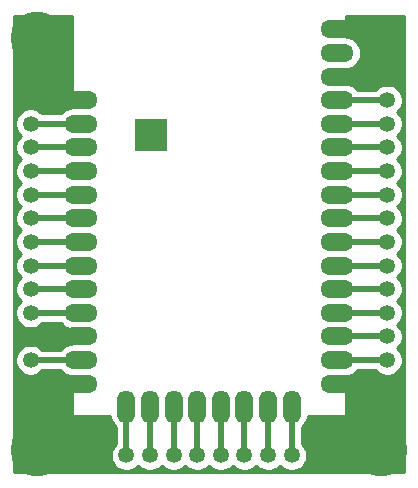
<source format=gbr>
%TF.GenerationSoftware,KiCad,Pcbnew,(5.1.6)-1*%
%TF.CreationDate,2021-04-01T07:08:55+01:00*%
%TF.ProjectId,xbeesxadapter,78626565-7378-4616-9461-707465722e6b,rev?*%
%TF.SameCoordinates,Original*%
%TF.FileFunction,Copper,L1,Top*%
%TF.FilePolarity,Positive*%
%FSLAX46Y46*%
G04 Gerber Fmt 4.6, Leading zero omitted, Abs format (unit mm)*
G04 Created by KiCad (PCBNEW (5.1.6)-1) date 2021-04-01 07:08:55*
%MOMM*%
%LPD*%
G01*
G04 APERTURE LIST*
%TA.AperFunction,ComponentPad*%
%ADD10R,2.790000X2.790000*%
%TD*%
%TA.AperFunction,SMDPad,CuDef*%
%ADD11O,1.520000X2.800000*%
%TD*%
%TA.AperFunction,SMDPad,CuDef*%
%ADD12O,2.800000X1.520000*%
%TD*%
%TA.AperFunction,ComponentPad*%
%ADD13C,1.350000*%
%TD*%
%TA.AperFunction,ComponentPad*%
%ADD14C,4.500000*%
%TD*%
%TA.AperFunction,Conductor*%
%ADD15C,0.500000*%
%TD*%
%TA.AperFunction,Conductor*%
%ADD16C,0.250000*%
%TD*%
%TA.AperFunction,Conductor*%
%ADD17C,0.254000*%
%TD*%
G04 APERTURE END LIST*
D10*
%TO.P,U1,M*%
%TO.N,GND*%
X143807500Y-57709500D03*
D11*
%TO.P,U1,21*%
%TO.N,Net-(U1-Pad21)*%
X155700000Y-80730000D03*
%TO.P,U1,20*%
%TO.N,Net-(U1-Pad20)*%
X153700000Y-80730000D03*
%TO.P,U1,19*%
%TO.N,Net-(U1-Pad19)*%
X151700000Y-80730000D03*
%TO.P,U1,18*%
%TO.N,Net-(U1-Pad18)*%
X149700000Y-80730000D03*
%TO.P,U1,17*%
%TO.N,Net-(U1-Pad17)*%
X147700000Y-80730000D03*
%TO.P,U1,16*%
%TO.N,Net-(U1-Pad16)*%
X145700000Y-80730000D03*
%TO.P,U1,15*%
%TO.N,Net-(U1-Pad15)*%
X143700000Y-80730000D03*
%TO.P,U1,14*%
%TO.N,Net-(U1-Pad14)*%
X141700000Y-80730000D03*
D12*
%TO.P,U1,34*%
%TO.N,Net-(U1-Pad34)*%
X159550000Y-54780000D03*
%TO.P,U1,33*%
%TO.N,Net-(U1-Pad33)*%
X159550000Y-56780000D03*
%TO.P,U1,32*%
%TO.N,Net-(U1-Pad32)*%
X159550000Y-58780000D03*
%TO.P,U1,31*%
%TO.N,Net-(U1-Pad31)*%
X159550000Y-60780000D03*
%TO.P,U1,30*%
%TO.N,Net-(U1-Pad30)*%
X159550000Y-62780000D03*
%TO.P,U1,29*%
%TO.N,Net-(U1-Pad29)*%
X159550000Y-64780000D03*
%TO.P,U1,28*%
%TO.N,Net-(U1-Pad28)*%
X159550000Y-66780000D03*
%TO.P,U1,27*%
%TO.N,Net-(U1-Pad27)*%
X159550000Y-68780000D03*
%TO.P,U1,26*%
%TO.N,Net-(U1-Pad26)*%
X159550000Y-70780000D03*
%TO.P,U1,25*%
%TO.N,Net-(U1-Pad25)*%
X159550000Y-72780000D03*
%TO.P,U1,24*%
%TO.N,Net-(U1-Pad24)*%
X159550000Y-74780000D03*
%TO.P,U1,23*%
%TO.N,Net-(U1-Pad23)*%
X159550000Y-76780000D03*
%TO.P,U1,22*%
%TO.N,GND*%
X159550000Y-78780000D03*
%TO.P,U1,13*%
X137850000Y-78780000D03*
%TO.P,U1,12*%
%TO.N,Net-(U1-Pad12)*%
X137850000Y-76780000D03*
%TO.P,U1,11*%
%TO.N,GND*%
X137850000Y-74780000D03*
%TO.P,U1,10*%
%TO.N,Net-(U1-Pad10)*%
X137850000Y-72780000D03*
%TO.P,U1,9*%
%TO.N,Net-(U1-Pad9)*%
X137850000Y-70780000D03*
%TO.P,U1,8*%
%TO.N,Net-(U1-Pad8)*%
X137850000Y-68780000D03*
%TO.P,U1,7*%
%TO.N,Net-(U1-Pad7)*%
X137850000Y-66780000D03*
%TO.P,U1,6*%
%TO.N,Net-(U1-Pad6)*%
X137850000Y-64780000D03*
%TO.P,U1,5*%
%TO.N,Net-(U1-Pad5)*%
X137850000Y-62780000D03*
%TO.P,U1,4*%
%TO.N,Net-(U1-Pad4)*%
X137850000Y-60780000D03*
%TO.P,U1,3*%
%TO.N,Net-(U1-Pad3)*%
X137850000Y-58780000D03*
%TO.P,U1,2*%
%TO.N,Net-(U1-Pad2)*%
X137850000Y-56780000D03*
%TO.P,U1,1*%
%TO.N,GND*%
X137850000Y-54780000D03*
D13*
X133600000Y-54780000D03*
%TO.P,U1,2*%
%TO.N,Net-(U1-Pad2)*%
X133600000Y-56780000D03*
%TO.P,U1,3*%
%TO.N,Net-(U1-Pad3)*%
X133600000Y-58780000D03*
%TO.P,U1,4*%
%TO.N,Net-(U1-Pad4)*%
X133600000Y-60780000D03*
%TO.P,U1,5*%
%TO.N,Net-(U1-Pad5)*%
X133600000Y-62780000D03*
%TO.P,U1,6*%
%TO.N,Net-(U1-Pad6)*%
X133600000Y-64780000D03*
%TO.P,U1,7*%
%TO.N,Net-(U1-Pad7)*%
X133600000Y-66780000D03*
%TO.P,U1,8*%
%TO.N,Net-(U1-Pad8)*%
X133600000Y-68780000D03*
%TO.P,U1,9*%
%TO.N,Net-(U1-Pad9)*%
X133600000Y-70780000D03*
%TO.P,U1,10*%
%TO.N,Net-(U1-Pad10)*%
X133600000Y-72780000D03*
%TO.P,U1,11*%
%TO.N,GND*%
X133600000Y-74780000D03*
%TO.P,U1,12*%
%TO.N,Net-(U1-Pad12)*%
X133600000Y-76780000D03*
%TO.P,U1,13*%
%TO.N,GND*%
X133600000Y-78780000D03*
%TO.P,U1,14*%
%TO.N,Net-(U1-Pad14)*%
X141700000Y-84862000D03*
%TO.P,U1,15*%
%TO.N,Net-(U1-Pad15)*%
X143700000Y-84862000D03*
%TO.P,U1,16*%
%TO.N,Net-(U1-Pad16)*%
X145700000Y-84862000D03*
%TO.P,U1,17*%
%TO.N,Net-(U1-Pad17)*%
X147700000Y-84862000D03*
%TO.P,U1,18*%
%TO.N,Net-(U1-Pad18)*%
X149700000Y-84862000D03*
%TO.P,U1,19*%
%TO.N,Net-(U1-Pad19)*%
X151700000Y-84862000D03*
%TO.P,U1,20*%
%TO.N,Net-(U1-Pad20)*%
X153700000Y-84862000D03*
%TO.P,U1,21*%
%TO.N,Net-(U1-Pad21)*%
X155700000Y-84862000D03*
%TO.P,U1,22*%
%TO.N,GND*%
X163800000Y-78780000D03*
%TO.P,U1,23*%
%TO.N,Net-(U1-Pad23)*%
X163800000Y-76780000D03*
%TO.P,U1,24*%
%TO.N,Net-(U1-Pad24)*%
X163800000Y-74780000D03*
%TO.P,U1,25*%
%TO.N,Net-(U1-Pad25)*%
X163800000Y-72780000D03*
%TO.P,U1,26*%
%TO.N,Net-(U1-Pad26)*%
X163800000Y-70780000D03*
%TO.P,U1,27*%
%TO.N,Net-(U1-Pad27)*%
X163800000Y-68780000D03*
%TO.P,U1,28*%
%TO.N,Net-(U1-Pad28)*%
X163800000Y-66780000D03*
%TO.P,U1,29*%
%TO.N,Net-(U1-Pad29)*%
X163800000Y-64780000D03*
%TO.P,U1,30*%
%TO.N,Net-(U1-Pad30)*%
X163800000Y-62780000D03*
%TO.P,U1,31*%
%TO.N,Net-(U1-Pad31)*%
X163800000Y-60780000D03*
%TO.P,U1,32*%
%TO.N,Net-(U1-Pad32)*%
X163800000Y-58780000D03*
%TO.P,U1,33*%
%TO.N,Net-(U1-Pad33)*%
X163800000Y-56780000D03*
%TO.P,U1,34*%
%TO.N,Net-(U1-Pad34)*%
X163800000Y-54780000D03*
D14*
%TO.P,U1,M*%
%TO.N,GND*%
X163300000Y-84380000D03*
X134100000Y-84380000D03*
X134100000Y-49530000D03*
D12*
%TO.P,U1,35*%
X159550000Y-52780000D03*
%TO.P,U1,36*%
%TO.N,N/C*%
X159550000Y-50780000D03*
%TO.P,U1,37*%
%TO.N,GND*%
X159550000Y-48780000D03*
%TD*%
D15*
%TO.N,Net-(U1-Pad21)*%
X155700000Y-84862000D02*
X155700000Y-80730000D01*
%TO.N,Net-(U1-Pad20)*%
X153700000Y-84862000D02*
X153700000Y-80730000D01*
%TO.N,Net-(U1-Pad19)*%
X151700000Y-84862000D02*
X151700000Y-80730000D01*
%TO.N,Net-(U1-Pad18)*%
X149700000Y-84862000D02*
X149700000Y-80730000D01*
%TO.N,Net-(U1-Pad17)*%
X147700000Y-84862000D02*
X147700000Y-80730000D01*
%TO.N,Net-(U1-Pad16)*%
X145700000Y-84862000D02*
X145700000Y-80730000D01*
%TO.N,Net-(U1-Pad15)*%
X143700000Y-84862000D02*
X143700000Y-80730000D01*
%TO.N,Net-(U1-Pad14)*%
X141700000Y-84862000D02*
X141700000Y-80730000D01*
%TO.N,Net-(U1-Pad34)*%
X163800000Y-54780000D02*
X159550000Y-54780000D01*
%TO.N,Net-(U1-Pad33)*%
X159550000Y-56780000D02*
X163800000Y-56780000D01*
%TO.N,Net-(U1-Pad32)*%
X163800000Y-58780000D02*
X159550000Y-58780000D01*
%TO.N,Net-(U1-Pad31)*%
X159550000Y-60780000D02*
X163800000Y-60780000D01*
%TO.N,Net-(U1-Pad30)*%
X163800000Y-62780000D02*
X159550000Y-62780000D01*
%TO.N,Net-(U1-Pad29)*%
X163800000Y-64780000D02*
X159550000Y-64780000D01*
%TO.N,Net-(U1-Pad28)*%
X163800000Y-66780000D02*
X159550000Y-66780000D01*
%TO.N,Net-(U1-Pad27)*%
X163800000Y-68780000D02*
X159550000Y-68780000D01*
%TO.N,Net-(U1-Pad26)*%
X163800000Y-70780000D02*
X159550000Y-70780000D01*
%TO.N,Net-(U1-Pad25)*%
X163800000Y-72780000D02*
X159550000Y-72780000D01*
%TO.N,Net-(U1-Pad24)*%
X163800000Y-74780000D02*
X159550000Y-74780000D01*
%TO.N,Net-(U1-Pad23)*%
X163800000Y-76780000D02*
X159550000Y-76780000D01*
%TO.N,GND*%
X163800000Y-78780000D02*
X159550000Y-78780000D01*
X133600000Y-78780000D02*
X137850000Y-78780000D01*
X133600000Y-74780000D02*
X137850000Y-74780000D01*
X133600000Y-54780000D02*
X137850000Y-54780000D01*
X133600000Y-50030000D02*
X134100000Y-49530000D01*
X133600000Y-54780000D02*
X133600000Y-50030000D01*
X163800000Y-83880000D02*
X163300000Y-84380000D01*
X163800000Y-78780000D02*
X163800000Y-83880000D01*
X133600000Y-83880000D02*
X134100000Y-84380000D01*
X133600000Y-78780000D02*
X133600000Y-83880000D01*
D16*
X161200000Y-52780000D02*
X161908000Y-52072000D01*
X159550000Y-52780000D02*
X161200000Y-52780000D01*
X161200000Y-48780000D02*
X159550000Y-48780000D01*
X161908000Y-49488000D02*
X161200000Y-48780000D01*
X161908000Y-52072000D02*
X161908000Y-49488000D01*
X165146500Y-53189500D02*
X165146500Y-77433500D01*
X165146500Y-77433500D02*
X163800000Y-78780000D01*
X161908000Y-52072000D02*
X164029000Y-52072000D01*
X164029000Y-52072000D02*
X165146500Y-53189500D01*
D15*
%TO.N,Net-(U1-Pad12)*%
X133600000Y-76780000D02*
X137850000Y-76780000D01*
%TO.N,Net-(U1-Pad10)*%
X133600000Y-72780000D02*
X137850000Y-72780000D01*
%TO.N,Net-(U1-Pad9)*%
X133600000Y-70780000D02*
X137850000Y-70780000D01*
%TO.N,Net-(U1-Pad8)*%
X133600000Y-68780000D02*
X137850000Y-68780000D01*
%TO.N,Net-(U1-Pad7)*%
X133600000Y-66780000D02*
X137850000Y-66780000D01*
%TO.N,Net-(U1-Pad6)*%
X133600000Y-64780000D02*
X137850000Y-64780000D01*
%TO.N,Net-(U1-Pad5)*%
X133600000Y-62780000D02*
X137850000Y-62780000D01*
%TO.N,Net-(U1-Pad4)*%
X133600000Y-60780000D02*
X137850000Y-60780000D01*
%TO.N,Net-(U1-Pad3)*%
X133600000Y-58780000D02*
X137850000Y-58780000D01*
%TO.N,Net-(U1-Pad2)*%
X133600000Y-56780000D02*
X137850000Y-56780000D01*
%TD*%
D17*
%TO.N,GND*%
G36*
X137073000Y-55391744D02*
G01*
X136936532Y-55405185D01*
X136673574Y-55484953D01*
X136431230Y-55614488D01*
X136218814Y-55788814D01*
X136131669Y-55895000D01*
X134567621Y-55895000D01*
X134435077Y-55762456D01*
X134220518Y-55619093D01*
X133982113Y-55520342D01*
X133729024Y-55470000D01*
X133470976Y-55470000D01*
X133217887Y-55520342D01*
X132979482Y-55619093D01*
X132764923Y-55762456D01*
X132582456Y-55944923D01*
X132439093Y-56159482D01*
X132340342Y-56397887D01*
X132290000Y-56650976D01*
X132290000Y-56909024D01*
X132340342Y-57162113D01*
X132439093Y-57400518D01*
X132582456Y-57615077D01*
X132747379Y-57780000D01*
X132582456Y-57944923D01*
X132439093Y-58159482D01*
X132340342Y-58397887D01*
X132290000Y-58650976D01*
X132290000Y-58909024D01*
X132340342Y-59162113D01*
X132439093Y-59400518D01*
X132582456Y-59615077D01*
X132747379Y-59780000D01*
X132582456Y-59944923D01*
X132439093Y-60159482D01*
X132340342Y-60397887D01*
X132290000Y-60650976D01*
X132290000Y-60909024D01*
X132340342Y-61162113D01*
X132439093Y-61400518D01*
X132582456Y-61615077D01*
X132747379Y-61780000D01*
X132582456Y-61944923D01*
X132439093Y-62159482D01*
X132340342Y-62397887D01*
X132290000Y-62650976D01*
X132290000Y-62909024D01*
X132340342Y-63162113D01*
X132439093Y-63400518D01*
X132582456Y-63615077D01*
X132747379Y-63780000D01*
X132582456Y-63944923D01*
X132439093Y-64159482D01*
X132340342Y-64397887D01*
X132290000Y-64650976D01*
X132290000Y-64909024D01*
X132340342Y-65162113D01*
X132439093Y-65400518D01*
X132582456Y-65615077D01*
X132747379Y-65780000D01*
X132582456Y-65944923D01*
X132439093Y-66159482D01*
X132340342Y-66397887D01*
X132290000Y-66650976D01*
X132290000Y-66909024D01*
X132340342Y-67162113D01*
X132439093Y-67400518D01*
X132582456Y-67615077D01*
X132747379Y-67780000D01*
X132582456Y-67944923D01*
X132439093Y-68159482D01*
X132340342Y-68397887D01*
X132290000Y-68650976D01*
X132290000Y-68909024D01*
X132340342Y-69162113D01*
X132439093Y-69400518D01*
X132582456Y-69615077D01*
X132747379Y-69780000D01*
X132582456Y-69944923D01*
X132439093Y-70159482D01*
X132340342Y-70397887D01*
X132290000Y-70650976D01*
X132290000Y-70909024D01*
X132340342Y-71162113D01*
X132439093Y-71400518D01*
X132582456Y-71615077D01*
X132747379Y-71780000D01*
X132582456Y-71944923D01*
X132439093Y-72159482D01*
X132340342Y-72397887D01*
X132290000Y-72650976D01*
X132290000Y-72909024D01*
X132340342Y-73162113D01*
X132439093Y-73400518D01*
X132582456Y-73615077D01*
X132764923Y-73797544D01*
X132979482Y-73940907D01*
X133217887Y-74039658D01*
X133470976Y-74090000D01*
X133729024Y-74090000D01*
X133982113Y-74039658D01*
X134220518Y-73940907D01*
X134435077Y-73797544D01*
X134567621Y-73665000D01*
X136131669Y-73665000D01*
X136218814Y-73771186D01*
X136431230Y-73945512D01*
X136673574Y-74075047D01*
X136936532Y-74154815D01*
X137073000Y-74168256D01*
X137073000Y-75391744D01*
X136936532Y-75405185D01*
X136673574Y-75484953D01*
X136431230Y-75614488D01*
X136218814Y-75788814D01*
X136131669Y-75895000D01*
X134567621Y-75895000D01*
X134435077Y-75762456D01*
X134220518Y-75619093D01*
X133982113Y-75520342D01*
X133729024Y-75470000D01*
X133470976Y-75470000D01*
X133217887Y-75520342D01*
X132979482Y-75619093D01*
X132764923Y-75762456D01*
X132582456Y-75944923D01*
X132439093Y-76159482D01*
X132340342Y-76397887D01*
X132290000Y-76650976D01*
X132290000Y-76909024D01*
X132340342Y-77162113D01*
X132439093Y-77400518D01*
X132582456Y-77615077D01*
X132764923Y-77797544D01*
X132979482Y-77940907D01*
X133217887Y-78039658D01*
X133470976Y-78090000D01*
X133729024Y-78090000D01*
X133982113Y-78039658D01*
X134220518Y-77940907D01*
X134435077Y-77797544D01*
X134567621Y-77665000D01*
X136131669Y-77665000D01*
X136218814Y-77771186D01*
X136431230Y-77945512D01*
X136673574Y-78075047D01*
X136936532Y-78154815D01*
X137073000Y-78168256D01*
X137073000Y-81380000D01*
X137075440Y-81404776D01*
X137082667Y-81428601D01*
X137094403Y-81450557D01*
X137110197Y-81469803D01*
X137129443Y-81485597D01*
X137151399Y-81497333D01*
X137175224Y-81504560D01*
X137200000Y-81507000D01*
X140311744Y-81507000D01*
X140325185Y-81643468D01*
X140404953Y-81906426D01*
X140534489Y-82148770D01*
X140708815Y-82361186D01*
X140815001Y-82448331D01*
X140815000Y-83894379D01*
X140682456Y-84026923D01*
X140539093Y-84241482D01*
X140440342Y-84479887D01*
X140390000Y-84732976D01*
X140390000Y-84991024D01*
X140440342Y-85244113D01*
X140539093Y-85482518D01*
X140682456Y-85697077D01*
X140864923Y-85879544D01*
X141079482Y-86022907D01*
X141317887Y-86121658D01*
X141570976Y-86172000D01*
X141829024Y-86172000D01*
X142082113Y-86121658D01*
X142320518Y-86022907D01*
X142535077Y-85879544D01*
X142700000Y-85714621D01*
X142864923Y-85879544D01*
X143079482Y-86022907D01*
X143317887Y-86121658D01*
X143570976Y-86172000D01*
X143829024Y-86172000D01*
X144082113Y-86121658D01*
X144320518Y-86022907D01*
X144535077Y-85879544D01*
X144700000Y-85714621D01*
X144864923Y-85879544D01*
X145079482Y-86022907D01*
X145317887Y-86121658D01*
X145570976Y-86172000D01*
X145829024Y-86172000D01*
X146082113Y-86121658D01*
X146320518Y-86022907D01*
X146535077Y-85879544D01*
X146700000Y-85714621D01*
X146864923Y-85879544D01*
X147079482Y-86022907D01*
X147317887Y-86121658D01*
X147570976Y-86172000D01*
X147829024Y-86172000D01*
X148082113Y-86121658D01*
X148320518Y-86022907D01*
X148535077Y-85879544D01*
X148700000Y-85714621D01*
X148864923Y-85879544D01*
X149079482Y-86022907D01*
X149317887Y-86121658D01*
X149570976Y-86172000D01*
X149829024Y-86172000D01*
X150082113Y-86121658D01*
X150320518Y-86022907D01*
X150535077Y-85879544D01*
X150700000Y-85714621D01*
X150864923Y-85879544D01*
X151079482Y-86022907D01*
X151317887Y-86121658D01*
X151570976Y-86172000D01*
X151829024Y-86172000D01*
X152082113Y-86121658D01*
X152320518Y-86022907D01*
X152535077Y-85879544D01*
X152700000Y-85714621D01*
X152864923Y-85879544D01*
X153079482Y-86022907D01*
X153317887Y-86121658D01*
X153570976Y-86172000D01*
X153829024Y-86172000D01*
X154082113Y-86121658D01*
X154320518Y-86022907D01*
X154535077Y-85879544D01*
X154700000Y-85714621D01*
X154864923Y-85879544D01*
X155079482Y-86022907D01*
X155317887Y-86121658D01*
X155570976Y-86172000D01*
X155829024Y-86172000D01*
X156082113Y-86121658D01*
X156320518Y-86022907D01*
X156535077Y-85879544D01*
X156717544Y-85697077D01*
X156860907Y-85482518D01*
X156959658Y-85244113D01*
X157010000Y-84991024D01*
X157010000Y-84732976D01*
X156959658Y-84479887D01*
X156860907Y-84241482D01*
X156717544Y-84026923D01*
X156585000Y-83894379D01*
X156585000Y-82448331D01*
X156691186Y-82361186D01*
X156865512Y-82148770D01*
X156995047Y-81906426D01*
X157074815Y-81643468D01*
X157088256Y-81507000D01*
X160200000Y-81507000D01*
X160224776Y-81504560D01*
X160248601Y-81497333D01*
X160270557Y-81485597D01*
X160289803Y-81469803D01*
X160305597Y-81450557D01*
X160317333Y-81428601D01*
X160324560Y-81404776D01*
X160327000Y-81380000D01*
X160327000Y-78168256D01*
X160463468Y-78154815D01*
X160726426Y-78075047D01*
X160968770Y-77945512D01*
X161181186Y-77771186D01*
X161268331Y-77665000D01*
X162832379Y-77665000D01*
X162964923Y-77797544D01*
X163179482Y-77940907D01*
X163417887Y-78039658D01*
X163670976Y-78090000D01*
X163929024Y-78090000D01*
X164182113Y-78039658D01*
X164420518Y-77940907D01*
X164635077Y-77797544D01*
X164817544Y-77615077D01*
X164960907Y-77400518D01*
X165059658Y-77162113D01*
X165110000Y-76909024D01*
X165110000Y-76650976D01*
X165059658Y-76397887D01*
X164960907Y-76159482D01*
X164817544Y-75944923D01*
X164652621Y-75780000D01*
X164817544Y-75615077D01*
X164960907Y-75400518D01*
X165059658Y-75162113D01*
X165110000Y-74909024D01*
X165110000Y-74650976D01*
X165059658Y-74397887D01*
X164960907Y-74159482D01*
X164817544Y-73944923D01*
X164652621Y-73780000D01*
X164817544Y-73615077D01*
X164960907Y-73400518D01*
X165059658Y-73162113D01*
X165110000Y-72909024D01*
X165110000Y-72650976D01*
X165059658Y-72397887D01*
X164960907Y-72159482D01*
X164817544Y-71944923D01*
X164652621Y-71780000D01*
X164817544Y-71615077D01*
X164960907Y-71400518D01*
X165059658Y-71162113D01*
X165110000Y-70909024D01*
X165110000Y-70650976D01*
X165059658Y-70397887D01*
X164960907Y-70159482D01*
X164817544Y-69944923D01*
X164652621Y-69780000D01*
X164817544Y-69615077D01*
X164960907Y-69400518D01*
X165059658Y-69162113D01*
X165110000Y-68909024D01*
X165110000Y-68650976D01*
X165059658Y-68397887D01*
X164960907Y-68159482D01*
X164817544Y-67944923D01*
X164652621Y-67780000D01*
X164817544Y-67615077D01*
X164960907Y-67400518D01*
X165059658Y-67162113D01*
X165110000Y-66909024D01*
X165110000Y-66650976D01*
X165059658Y-66397887D01*
X164960907Y-66159482D01*
X164817544Y-65944923D01*
X164652621Y-65780000D01*
X164817544Y-65615077D01*
X164960907Y-65400518D01*
X165059658Y-65162113D01*
X165110000Y-64909024D01*
X165110000Y-64650976D01*
X165059658Y-64397887D01*
X164960907Y-64159482D01*
X164817544Y-63944923D01*
X164652621Y-63780000D01*
X164817544Y-63615077D01*
X164960907Y-63400518D01*
X165059658Y-63162113D01*
X165110000Y-62909024D01*
X165110000Y-62650976D01*
X165059658Y-62397887D01*
X164960907Y-62159482D01*
X164817544Y-61944923D01*
X164652621Y-61780000D01*
X164817544Y-61615077D01*
X164960907Y-61400518D01*
X165059658Y-61162113D01*
X165110000Y-60909024D01*
X165110000Y-60650976D01*
X165059658Y-60397887D01*
X164960907Y-60159482D01*
X164817544Y-59944923D01*
X164652621Y-59780000D01*
X164817544Y-59615077D01*
X164960907Y-59400518D01*
X165059658Y-59162113D01*
X165110000Y-58909024D01*
X165110000Y-58650976D01*
X165059658Y-58397887D01*
X164960907Y-58159482D01*
X164817544Y-57944923D01*
X164652621Y-57780000D01*
X164817544Y-57615077D01*
X164960907Y-57400518D01*
X165059658Y-57162113D01*
X165110000Y-56909024D01*
X165110000Y-56650976D01*
X165059658Y-56397887D01*
X164960907Y-56159482D01*
X164817544Y-55944923D01*
X164652621Y-55780000D01*
X164817544Y-55615077D01*
X164960907Y-55400518D01*
X165059658Y-55162113D01*
X165110000Y-54909024D01*
X165110000Y-54650976D01*
X165059658Y-54397887D01*
X164960907Y-54159482D01*
X164817544Y-53944923D01*
X164635077Y-53762456D01*
X164420518Y-53619093D01*
X164182113Y-53520342D01*
X163929024Y-53470000D01*
X163670976Y-53470000D01*
X163417887Y-53520342D01*
X163179482Y-53619093D01*
X162964923Y-53762456D01*
X162832379Y-53895000D01*
X161268331Y-53895000D01*
X161181186Y-53788814D01*
X160968770Y-53614488D01*
X160726426Y-53484953D01*
X160463468Y-53405185D01*
X160327000Y-53391744D01*
X160327000Y-52168256D01*
X160463468Y-52154815D01*
X160726426Y-52075047D01*
X160968770Y-51945512D01*
X161181186Y-51771186D01*
X161355512Y-51558770D01*
X161485047Y-51316426D01*
X161564815Y-51053468D01*
X161591749Y-50780000D01*
X161564815Y-50506532D01*
X161485047Y-50243574D01*
X161355512Y-50001230D01*
X161181186Y-49788814D01*
X160968770Y-49614488D01*
X160726426Y-49484953D01*
X160463468Y-49405185D01*
X160327000Y-49391744D01*
X160327000Y-47660000D01*
X165170000Y-47660000D01*
X165170001Y-86250000D01*
X132230000Y-86250000D01*
X132230000Y-47660000D01*
X137073000Y-47660000D01*
X137073000Y-55391744D01*
G37*
X137073000Y-55391744D02*
X136936532Y-55405185D01*
X136673574Y-55484953D01*
X136431230Y-55614488D01*
X136218814Y-55788814D01*
X136131669Y-55895000D01*
X134567621Y-55895000D01*
X134435077Y-55762456D01*
X134220518Y-55619093D01*
X133982113Y-55520342D01*
X133729024Y-55470000D01*
X133470976Y-55470000D01*
X133217887Y-55520342D01*
X132979482Y-55619093D01*
X132764923Y-55762456D01*
X132582456Y-55944923D01*
X132439093Y-56159482D01*
X132340342Y-56397887D01*
X132290000Y-56650976D01*
X132290000Y-56909024D01*
X132340342Y-57162113D01*
X132439093Y-57400518D01*
X132582456Y-57615077D01*
X132747379Y-57780000D01*
X132582456Y-57944923D01*
X132439093Y-58159482D01*
X132340342Y-58397887D01*
X132290000Y-58650976D01*
X132290000Y-58909024D01*
X132340342Y-59162113D01*
X132439093Y-59400518D01*
X132582456Y-59615077D01*
X132747379Y-59780000D01*
X132582456Y-59944923D01*
X132439093Y-60159482D01*
X132340342Y-60397887D01*
X132290000Y-60650976D01*
X132290000Y-60909024D01*
X132340342Y-61162113D01*
X132439093Y-61400518D01*
X132582456Y-61615077D01*
X132747379Y-61780000D01*
X132582456Y-61944923D01*
X132439093Y-62159482D01*
X132340342Y-62397887D01*
X132290000Y-62650976D01*
X132290000Y-62909024D01*
X132340342Y-63162113D01*
X132439093Y-63400518D01*
X132582456Y-63615077D01*
X132747379Y-63780000D01*
X132582456Y-63944923D01*
X132439093Y-64159482D01*
X132340342Y-64397887D01*
X132290000Y-64650976D01*
X132290000Y-64909024D01*
X132340342Y-65162113D01*
X132439093Y-65400518D01*
X132582456Y-65615077D01*
X132747379Y-65780000D01*
X132582456Y-65944923D01*
X132439093Y-66159482D01*
X132340342Y-66397887D01*
X132290000Y-66650976D01*
X132290000Y-66909024D01*
X132340342Y-67162113D01*
X132439093Y-67400518D01*
X132582456Y-67615077D01*
X132747379Y-67780000D01*
X132582456Y-67944923D01*
X132439093Y-68159482D01*
X132340342Y-68397887D01*
X132290000Y-68650976D01*
X132290000Y-68909024D01*
X132340342Y-69162113D01*
X132439093Y-69400518D01*
X132582456Y-69615077D01*
X132747379Y-69780000D01*
X132582456Y-69944923D01*
X132439093Y-70159482D01*
X132340342Y-70397887D01*
X132290000Y-70650976D01*
X132290000Y-70909024D01*
X132340342Y-71162113D01*
X132439093Y-71400518D01*
X132582456Y-71615077D01*
X132747379Y-71780000D01*
X132582456Y-71944923D01*
X132439093Y-72159482D01*
X132340342Y-72397887D01*
X132290000Y-72650976D01*
X132290000Y-72909024D01*
X132340342Y-73162113D01*
X132439093Y-73400518D01*
X132582456Y-73615077D01*
X132764923Y-73797544D01*
X132979482Y-73940907D01*
X133217887Y-74039658D01*
X133470976Y-74090000D01*
X133729024Y-74090000D01*
X133982113Y-74039658D01*
X134220518Y-73940907D01*
X134435077Y-73797544D01*
X134567621Y-73665000D01*
X136131669Y-73665000D01*
X136218814Y-73771186D01*
X136431230Y-73945512D01*
X136673574Y-74075047D01*
X136936532Y-74154815D01*
X137073000Y-74168256D01*
X137073000Y-75391744D01*
X136936532Y-75405185D01*
X136673574Y-75484953D01*
X136431230Y-75614488D01*
X136218814Y-75788814D01*
X136131669Y-75895000D01*
X134567621Y-75895000D01*
X134435077Y-75762456D01*
X134220518Y-75619093D01*
X133982113Y-75520342D01*
X133729024Y-75470000D01*
X133470976Y-75470000D01*
X133217887Y-75520342D01*
X132979482Y-75619093D01*
X132764923Y-75762456D01*
X132582456Y-75944923D01*
X132439093Y-76159482D01*
X132340342Y-76397887D01*
X132290000Y-76650976D01*
X132290000Y-76909024D01*
X132340342Y-77162113D01*
X132439093Y-77400518D01*
X132582456Y-77615077D01*
X132764923Y-77797544D01*
X132979482Y-77940907D01*
X133217887Y-78039658D01*
X133470976Y-78090000D01*
X133729024Y-78090000D01*
X133982113Y-78039658D01*
X134220518Y-77940907D01*
X134435077Y-77797544D01*
X134567621Y-77665000D01*
X136131669Y-77665000D01*
X136218814Y-77771186D01*
X136431230Y-77945512D01*
X136673574Y-78075047D01*
X136936532Y-78154815D01*
X137073000Y-78168256D01*
X137073000Y-81380000D01*
X137075440Y-81404776D01*
X137082667Y-81428601D01*
X137094403Y-81450557D01*
X137110197Y-81469803D01*
X137129443Y-81485597D01*
X137151399Y-81497333D01*
X137175224Y-81504560D01*
X137200000Y-81507000D01*
X140311744Y-81507000D01*
X140325185Y-81643468D01*
X140404953Y-81906426D01*
X140534489Y-82148770D01*
X140708815Y-82361186D01*
X140815001Y-82448331D01*
X140815000Y-83894379D01*
X140682456Y-84026923D01*
X140539093Y-84241482D01*
X140440342Y-84479887D01*
X140390000Y-84732976D01*
X140390000Y-84991024D01*
X140440342Y-85244113D01*
X140539093Y-85482518D01*
X140682456Y-85697077D01*
X140864923Y-85879544D01*
X141079482Y-86022907D01*
X141317887Y-86121658D01*
X141570976Y-86172000D01*
X141829024Y-86172000D01*
X142082113Y-86121658D01*
X142320518Y-86022907D01*
X142535077Y-85879544D01*
X142700000Y-85714621D01*
X142864923Y-85879544D01*
X143079482Y-86022907D01*
X143317887Y-86121658D01*
X143570976Y-86172000D01*
X143829024Y-86172000D01*
X144082113Y-86121658D01*
X144320518Y-86022907D01*
X144535077Y-85879544D01*
X144700000Y-85714621D01*
X144864923Y-85879544D01*
X145079482Y-86022907D01*
X145317887Y-86121658D01*
X145570976Y-86172000D01*
X145829024Y-86172000D01*
X146082113Y-86121658D01*
X146320518Y-86022907D01*
X146535077Y-85879544D01*
X146700000Y-85714621D01*
X146864923Y-85879544D01*
X147079482Y-86022907D01*
X147317887Y-86121658D01*
X147570976Y-86172000D01*
X147829024Y-86172000D01*
X148082113Y-86121658D01*
X148320518Y-86022907D01*
X148535077Y-85879544D01*
X148700000Y-85714621D01*
X148864923Y-85879544D01*
X149079482Y-86022907D01*
X149317887Y-86121658D01*
X149570976Y-86172000D01*
X149829024Y-86172000D01*
X150082113Y-86121658D01*
X150320518Y-86022907D01*
X150535077Y-85879544D01*
X150700000Y-85714621D01*
X150864923Y-85879544D01*
X151079482Y-86022907D01*
X151317887Y-86121658D01*
X151570976Y-86172000D01*
X151829024Y-86172000D01*
X152082113Y-86121658D01*
X152320518Y-86022907D01*
X152535077Y-85879544D01*
X152700000Y-85714621D01*
X152864923Y-85879544D01*
X153079482Y-86022907D01*
X153317887Y-86121658D01*
X153570976Y-86172000D01*
X153829024Y-86172000D01*
X154082113Y-86121658D01*
X154320518Y-86022907D01*
X154535077Y-85879544D01*
X154700000Y-85714621D01*
X154864923Y-85879544D01*
X155079482Y-86022907D01*
X155317887Y-86121658D01*
X155570976Y-86172000D01*
X155829024Y-86172000D01*
X156082113Y-86121658D01*
X156320518Y-86022907D01*
X156535077Y-85879544D01*
X156717544Y-85697077D01*
X156860907Y-85482518D01*
X156959658Y-85244113D01*
X157010000Y-84991024D01*
X157010000Y-84732976D01*
X156959658Y-84479887D01*
X156860907Y-84241482D01*
X156717544Y-84026923D01*
X156585000Y-83894379D01*
X156585000Y-82448331D01*
X156691186Y-82361186D01*
X156865512Y-82148770D01*
X156995047Y-81906426D01*
X157074815Y-81643468D01*
X157088256Y-81507000D01*
X160200000Y-81507000D01*
X160224776Y-81504560D01*
X160248601Y-81497333D01*
X160270557Y-81485597D01*
X160289803Y-81469803D01*
X160305597Y-81450557D01*
X160317333Y-81428601D01*
X160324560Y-81404776D01*
X160327000Y-81380000D01*
X160327000Y-78168256D01*
X160463468Y-78154815D01*
X160726426Y-78075047D01*
X160968770Y-77945512D01*
X161181186Y-77771186D01*
X161268331Y-77665000D01*
X162832379Y-77665000D01*
X162964923Y-77797544D01*
X163179482Y-77940907D01*
X163417887Y-78039658D01*
X163670976Y-78090000D01*
X163929024Y-78090000D01*
X164182113Y-78039658D01*
X164420518Y-77940907D01*
X164635077Y-77797544D01*
X164817544Y-77615077D01*
X164960907Y-77400518D01*
X165059658Y-77162113D01*
X165110000Y-76909024D01*
X165110000Y-76650976D01*
X165059658Y-76397887D01*
X164960907Y-76159482D01*
X164817544Y-75944923D01*
X164652621Y-75780000D01*
X164817544Y-75615077D01*
X164960907Y-75400518D01*
X165059658Y-75162113D01*
X165110000Y-74909024D01*
X165110000Y-74650976D01*
X165059658Y-74397887D01*
X164960907Y-74159482D01*
X164817544Y-73944923D01*
X164652621Y-73780000D01*
X164817544Y-73615077D01*
X164960907Y-73400518D01*
X165059658Y-73162113D01*
X165110000Y-72909024D01*
X165110000Y-72650976D01*
X165059658Y-72397887D01*
X164960907Y-72159482D01*
X164817544Y-71944923D01*
X164652621Y-71780000D01*
X164817544Y-71615077D01*
X164960907Y-71400518D01*
X165059658Y-71162113D01*
X165110000Y-70909024D01*
X165110000Y-70650976D01*
X165059658Y-70397887D01*
X164960907Y-70159482D01*
X164817544Y-69944923D01*
X164652621Y-69780000D01*
X164817544Y-69615077D01*
X164960907Y-69400518D01*
X165059658Y-69162113D01*
X165110000Y-68909024D01*
X165110000Y-68650976D01*
X165059658Y-68397887D01*
X164960907Y-68159482D01*
X164817544Y-67944923D01*
X164652621Y-67780000D01*
X164817544Y-67615077D01*
X164960907Y-67400518D01*
X165059658Y-67162113D01*
X165110000Y-66909024D01*
X165110000Y-66650976D01*
X165059658Y-66397887D01*
X164960907Y-66159482D01*
X164817544Y-65944923D01*
X164652621Y-65780000D01*
X164817544Y-65615077D01*
X164960907Y-65400518D01*
X165059658Y-65162113D01*
X165110000Y-64909024D01*
X165110000Y-64650976D01*
X165059658Y-64397887D01*
X164960907Y-64159482D01*
X164817544Y-63944923D01*
X164652621Y-63780000D01*
X164817544Y-63615077D01*
X164960907Y-63400518D01*
X165059658Y-63162113D01*
X165110000Y-62909024D01*
X165110000Y-62650976D01*
X165059658Y-62397887D01*
X164960907Y-62159482D01*
X164817544Y-61944923D01*
X164652621Y-61780000D01*
X164817544Y-61615077D01*
X164960907Y-61400518D01*
X165059658Y-61162113D01*
X165110000Y-60909024D01*
X165110000Y-60650976D01*
X165059658Y-60397887D01*
X164960907Y-60159482D01*
X164817544Y-59944923D01*
X164652621Y-59780000D01*
X164817544Y-59615077D01*
X164960907Y-59400518D01*
X165059658Y-59162113D01*
X165110000Y-58909024D01*
X165110000Y-58650976D01*
X165059658Y-58397887D01*
X164960907Y-58159482D01*
X164817544Y-57944923D01*
X164652621Y-57780000D01*
X164817544Y-57615077D01*
X164960907Y-57400518D01*
X165059658Y-57162113D01*
X165110000Y-56909024D01*
X165110000Y-56650976D01*
X165059658Y-56397887D01*
X164960907Y-56159482D01*
X164817544Y-55944923D01*
X164652621Y-55780000D01*
X164817544Y-55615077D01*
X164960907Y-55400518D01*
X165059658Y-55162113D01*
X165110000Y-54909024D01*
X165110000Y-54650976D01*
X165059658Y-54397887D01*
X164960907Y-54159482D01*
X164817544Y-53944923D01*
X164635077Y-53762456D01*
X164420518Y-53619093D01*
X164182113Y-53520342D01*
X163929024Y-53470000D01*
X163670976Y-53470000D01*
X163417887Y-53520342D01*
X163179482Y-53619093D01*
X162964923Y-53762456D01*
X162832379Y-53895000D01*
X161268331Y-53895000D01*
X161181186Y-53788814D01*
X160968770Y-53614488D01*
X160726426Y-53484953D01*
X160463468Y-53405185D01*
X160327000Y-53391744D01*
X160327000Y-52168256D01*
X160463468Y-52154815D01*
X160726426Y-52075047D01*
X160968770Y-51945512D01*
X161181186Y-51771186D01*
X161355512Y-51558770D01*
X161485047Y-51316426D01*
X161564815Y-51053468D01*
X161591749Y-50780000D01*
X161564815Y-50506532D01*
X161485047Y-50243574D01*
X161355512Y-50001230D01*
X161181186Y-49788814D01*
X160968770Y-49614488D01*
X160726426Y-49484953D01*
X160463468Y-49405185D01*
X160327000Y-49391744D01*
X160327000Y-47660000D01*
X165170000Y-47660000D01*
X165170001Y-86250000D01*
X132230000Y-86250000D01*
X132230000Y-47660000D01*
X137073000Y-47660000D01*
X137073000Y-55391744D01*
%TD*%
M02*

</source>
